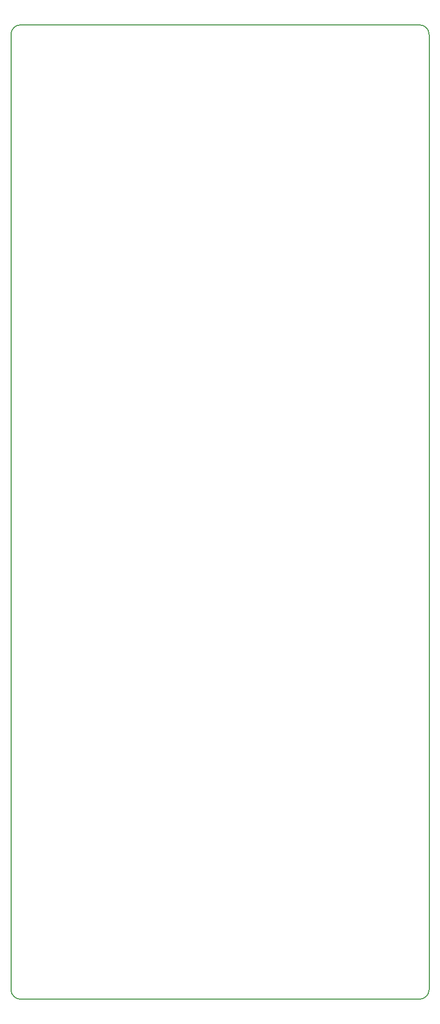
<source format=gbr>
%TF.GenerationSoftware,KiCad,Pcbnew,5.1.10*%
%TF.CreationDate,2021-10-08T11:52:48-05:00*%
%TF.ProjectId,FCB-Lite,4643422d-4c69-4746-952e-6b696361645f,A*%
%TF.SameCoordinates,Original*%
%TF.FileFunction,Profile,NP*%
%FSLAX46Y46*%
G04 Gerber Fmt 4.6, Leading zero omitted, Abs format (unit mm)*
G04 Created by KiCad (PCBNEW 5.1.10) date 2021-10-08 11:52:48*
%MOMM*%
%LPD*%
G01*
G04 APERTURE LIST*
%TA.AperFunction,Profile*%
%ADD10C,0.150000*%
%TD*%
G04 APERTURE END LIST*
D10*
X100800001Y-185900000D02*
G75*
G02*
X99200000Y-187500001I-1600001J0D01*
G01*
X99200000Y-187500000D02*
X32550000Y-187500000D01*
X32550000Y-187500000D02*
G75*
G02*
X30950000Y-185900000I0J1600000D01*
G01*
X32550000Y-25100000D02*
X99200000Y-25100000D01*
X30950000Y-185900000D02*
X30950000Y-26700000D01*
X30950000Y-26700000D02*
G75*
G02*
X32550000Y-25100000I1600000J0D01*
G01*
X99200000Y-25100000D02*
G75*
G02*
X100800000Y-26700000I0J-1600000D01*
G01*
X100800000Y-26700000D02*
X100800000Y-185900000D01*
M02*

</source>
